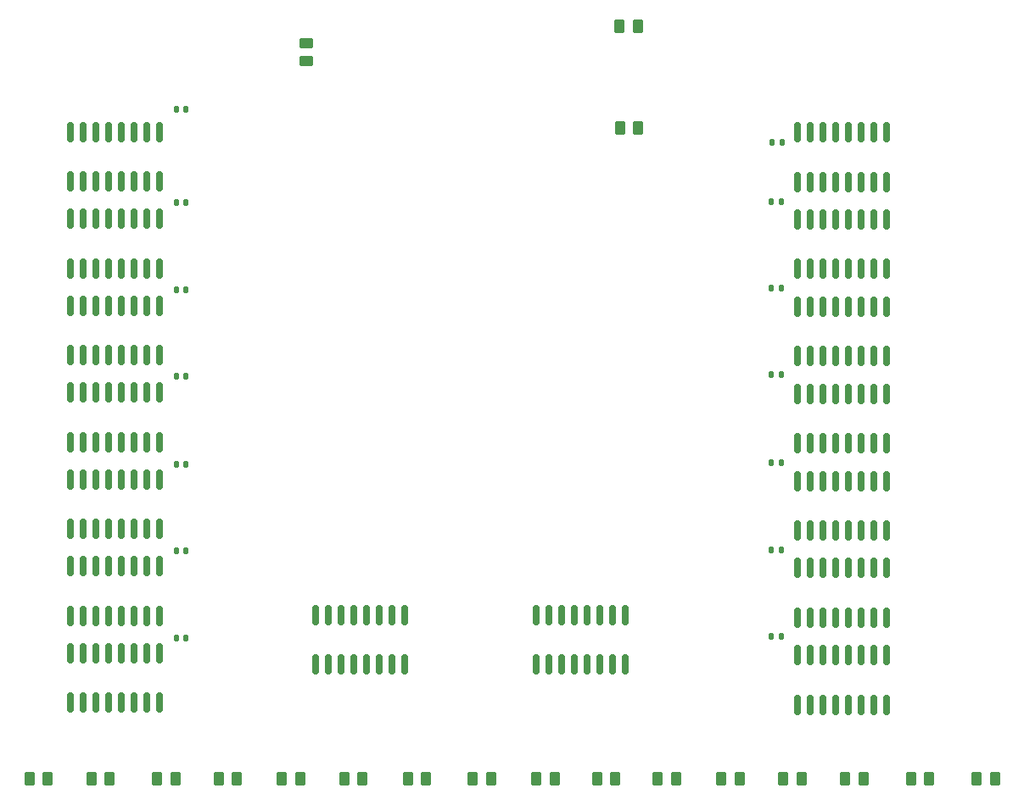
<source format=gbr>
%TF.GenerationSoftware,KiCad,Pcbnew,8.0.5*%
%TF.CreationDate,2024-12-18T14:45:34+08:00*%
%TF.ProjectId,hardware,68617264-7761-4726-952e-6b696361645f,rev?*%
%TF.SameCoordinates,Original*%
%TF.FileFunction,Paste,Top*%
%TF.FilePolarity,Positive*%
%FSLAX46Y46*%
G04 Gerber Fmt 4.6, Leading zero omitted, Abs format (unit mm)*
G04 Created by KiCad (PCBNEW 8.0.5) date 2024-12-18 14:45:34*
%MOMM*%
%LPD*%
G01*
G04 APERTURE LIST*
G04 Aperture macros list*
%AMRoundRect*
0 Rectangle with rounded corners*
0 $1 Rounding radius*
0 $2 $3 $4 $5 $6 $7 $8 $9 X,Y pos of 4 corners*
0 Add a 4 corners polygon primitive as box body*
4,1,4,$2,$3,$4,$5,$6,$7,$8,$9,$2,$3,0*
0 Add four circle primitives for the rounded corners*
1,1,$1+$1,$2,$3*
1,1,$1+$1,$4,$5*
1,1,$1+$1,$6,$7*
1,1,$1+$1,$8,$9*
0 Add four rect primitives between the rounded corners*
20,1,$1+$1,$2,$3,$4,$5,0*
20,1,$1+$1,$4,$5,$6,$7,0*
20,1,$1+$1,$6,$7,$8,$9,0*
20,1,$1+$1,$8,$9,$2,$3,0*%
G04 Aperture macros list end*
%ADD10RoundRect,0.140000X0.140000X0.170000X-0.140000X0.170000X-0.140000X-0.170000X0.140000X-0.170000X0*%
%ADD11RoundRect,0.140000X-0.140000X-0.170000X0.140000X-0.170000X0.140000X0.170000X-0.140000X0.170000X0*%
%ADD12RoundRect,0.150000X0.150000X-0.825000X0.150000X0.825000X-0.150000X0.825000X-0.150000X-0.825000X0*%
%ADD13RoundRect,0.150000X-0.150000X0.825000X-0.150000X-0.825000X0.150000X-0.825000X0.150000X0.825000X0*%
%ADD14RoundRect,0.250000X-0.262500X-0.450000X0.262500X-0.450000X0.262500X0.450000X-0.262500X0.450000X0*%
%ADD15RoundRect,0.250000X0.262500X0.450000X-0.262500X0.450000X-0.262500X-0.450000X0.262500X-0.450000X0*%
%ADD16RoundRect,0.250000X-0.450000X0.262500X-0.450000X-0.262500X0.450000X-0.262500X0.450000X0.262500X0*%
G04 APERTURE END LIST*
D10*
%TO.C,C14*%
X248700000Y-116500000D03*
X247740000Y-116500000D03*
%TD*%
%TO.C,C13*%
X248700000Y-107800000D03*
X247740000Y-107800000D03*
%TD*%
%TO.C,C12*%
X248700000Y-99100000D03*
X247740000Y-99100000D03*
%TD*%
%TO.C,C11*%
X247740000Y-90300000D03*
X248700000Y-90300000D03*
%TD*%
%TO.C,C10*%
X248700000Y-81700000D03*
X247740000Y-81700000D03*
%TD*%
%TO.C,C9*%
X248700000Y-73000000D03*
X247740000Y-73000000D03*
%TD*%
%TO.C,C8*%
X248780000Y-67100000D03*
X247820000Y-67100000D03*
%TD*%
D11*
%TO.C,C7*%
X188320000Y-116600000D03*
X189280000Y-116600000D03*
%TD*%
%TO.C,C6*%
X188320000Y-107900000D03*
X189280000Y-107900000D03*
%TD*%
%TO.C,C5*%
X188320000Y-99300000D03*
X189280000Y-99300000D03*
%TD*%
%TO.C,C4*%
X188320000Y-90500000D03*
X189280000Y-90500000D03*
%TD*%
%TO.C,C3*%
X188320000Y-81800000D03*
X189280000Y-81800000D03*
%TD*%
%TO.C,C2*%
X188320000Y-73100000D03*
X189280000Y-73100000D03*
%TD*%
%TO.C,C1*%
X188320000Y-63800000D03*
X189280000Y-63800000D03*
%TD*%
D12*
%TO.C,U8*%
X177755000Y-105733332D03*
X179025000Y-105733332D03*
X180295000Y-105733332D03*
X181565000Y-105733332D03*
X182835000Y-105733332D03*
X184105000Y-105733332D03*
X185375000Y-105733332D03*
X186645000Y-105733332D03*
X186645000Y-100783332D03*
X185375000Y-100783332D03*
X184105000Y-100783332D03*
X182835000Y-100783332D03*
X181565000Y-100783332D03*
X180295000Y-100783332D03*
X179025000Y-100783332D03*
X177755000Y-100783332D03*
%TD*%
D13*
%TO.C,U14*%
X259200000Y-92224999D03*
X257930000Y-92224999D03*
X256660000Y-92224999D03*
X255390000Y-92224999D03*
X254120000Y-92224999D03*
X252850000Y-92224999D03*
X251580000Y-92224999D03*
X250310000Y-92224999D03*
X250310000Y-97174999D03*
X251580000Y-97174999D03*
X252850000Y-97174999D03*
X254120000Y-97174999D03*
X255390000Y-97174999D03*
X256660000Y-97174999D03*
X257930000Y-97174999D03*
X259200000Y-97174999D03*
%TD*%
D14*
%TO.C,R12*%
X224287500Y-130700000D03*
X226112500Y-130700000D03*
%TD*%
%TO.C,R13*%
X230337500Y-130700000D03*
X232162500Y-130700000D03*
%TD*%
D13*
%TO.C,U17*%
X259200000Y-118350000D03*
X257930000Y-118350000D03*
X256660000Y-118350000D03*
X255390000Y-118350000D03*
X254120000Y-118350000D03*
X252850000Y-118350000D03*
X251580000Y-118350000D03*
X250310000Y-118350000D03*
X250310000Y-123300000D03*
X251580000Y-123300000D03*
X252850000Y-123300000D03*
X254120000Y-123300000D03*
X255390000Y-123300000D03*
X256660000Y-123300000D03*
X257930000Y-123300000D03*
X259200000Y-123300000D03*
%TD*%
D14*
%TO.C,R5*%
X179875000Y-130700000D03*
X181700000Y-130700000D03*
%TD*%
%TO.C,R19*%
X268187500Y-130700000D03*
X270012500Y-130700000D03*
%TD*%
%TO.C,R7*%
X192575000Y-130700000D03*
X194400000Y-130700000D03*
%TD*%
D12*
%TO.C,U7*%
X177755000Y-97049999D03*
X179025000Y-97049999D03*
X180295000Y-97049999D03*
X181565000Y-97049999D03*
X182835000Y-97049999D03*
X184105000Y-97049999D03*
X185375000Y-97049999D03*
X186645000Y-97049999D03*
X186645000Y-92099999D03*
X185375000Y-92099999D03*
X184105000Y-92099999D03*
X182835000Y-92099999D03*
X181565000Y-92099999D03*
X180295000Y-92099999D03*
X179025000Y-92099999D03*
X177755000Y-92099999D03*
%TD*%
%TO.C,U5*%
X177755000Y-79683333D03*
X179025000Y-79683333D03*
X180295000Y-79683333D03*
X181565000Y-79683333D03*
X182835000Y-79683333D03*
X184105000Y-79683333D03*
X185375000Y-79683333D03*
X186645000Y-79683333D03*
X186645000Y-74733333D03*
X185375000Y-74733333D03*
X184105000Y-74733333D03*
X182835000Y-74733333D03*
X181565000Y-74733333D03*
X180295000Y-74733333D03*
X179025000Y-74733333D03*
X177755000Y-74733333D03*
%TD*%
%TO.C,U9*%
X177755000Y-114416665D03*
X179025000Y-114416665D03*
X180295000Y-114416665D03*
X181565000Y-114416665D03*
X182835000Y-114416665D03*
X184105000Y-114416665D03*
X185375000Y-114416665D03*
X186645000Y-114416665D03*
X186645000Y-109466665D03*
X185375000Y-109466665D03*
X184105000Y-109466665D03*
X182835000Y-109466665D03*
X181565000Y-109466665D03*
X180295000Y-109466665D03*
X179025000Y-109466665D03*
X177755000Y-109466665D03*
%TD*%
%TO.C,U3*%
X224255000Y-119275000D03*
X225525000Y-119275000D03*
X226795000Y-119275000D03*
X228065000Y-119275000D03*
X229335000Y-119275000D03*
X230605000Y-119275000D03*
X231875000Y-119275000D03*
X233145000Y-119275000D03*
X233145000Y-114325000D03*
X231875000Y-114325000D03*
X230605000Y-114325000D03*
X229335000Y-114325000D03*
X228065000Y-114325000D03*
X226795000Y-114325000D03*
X225525000Y-114325000D03*
X224255000Y-114325000D03*
%TD*%
D14*
%TO.C,R14*%
X236387500Y-130700000D03*
X238212500Y-130700000D03*
%TD*%
%TO.C,R16*%
X248887500Y-130700000D03*
X250712500Y-130700000D03*
%TD*%
%TO.C,R10*%
X211437500Y-130700000D03*
X213262500Y-130700000D03*
%TD*%
%TO.C,R9*%
X205087500Y-130700000D03*
X206912500Y-130700000D03*
%TD*%
D15*
%TO.C,R1*%
X234415000Y-65700000D03*
X232590000Y-65700000D03*
%TD*%
D13*
%TO.C,U16*%
X259200000Y-109641665D03*
X257930000Y-109641665D03*
X256660000Y-109641665D03*
X255390000Y-109641665D03*
X254120000Y-109641665D03*
X252850000Y-109641665D03*
X251580000Y-109641665D03*
X250310000Y-109641665D03*
X250310000Y-114591665D03*
X251580000Y-114591665D03*
X252850000Y-114591665D03*
X254120000Y-114591665D03*
X255390000Y-114591665D03*
X256660000Y-114591665D03*
X257930000Y-114591665D03*
X259200000Y-114591665D03*
%TD*%
D12*
%TO.C,U6*%
X177755000Y-88366666D03*
X179025000Y-88366666D03*
X180295000Y-88366666D03*
X181565000Y-88366666D03*
X182835000Y-88366666D03*
X184105000Y-88366666D03*
X185375000Y-88366666D03*
X186645000Y-88366666D03*
X186645000Y-83416666D03*
X185375000Y-83416666D03*
X184105000Y-83416666D03*
X182835000Y-83416666D03*
X181565000Y-83416666D03*
X180295000Y-83416666D03*
X179025000Y-83416666D03*
X177755000Y-83416666D03*
%TD*%
D14*
%TO.C,R15*%
X242737500Y-130700000D03*
X244562500Y-130700000D03*
%TD*%
D13*
%TO.C,U15*%
X259200000Y-100933332D03*
X257930000Y-100933332D03*
X256660000Y-100933332D03*
X255390000Y-100933332D03*
X254120000Y-100933332D03*
X252850000Y-100933332D03*
X251580000Y-100933332D03*
X250310000Y-100933332D03*
X250310000Y-105883332D03*
X251580000Y-105883332D03*
X252850000Y-105883332D03*
X254120000Y-105883332D03*
X255390000Y-105883332D03*
X256660000Y-105883332D03*
X257930000Y-105883332D03*
X259200000Y-105883332D03*
%TD*%
D14*
%TO.C,R18*%
X261637500Y-130700000D03*
X263462500Y-130700000D03*
%TD*%
%TO.C,R17*%
X255087500Y-130700000D03*
X256912500Y-130700000D03*
%TD*%
D12*
%TO.C,U4*%
X177755000Y-71000000D03*
X179025000Y-71000000D03*
X180295000Y-71000000D03*
X181565000Y-71000000D03*
X182835000Y-71000000D03*
X184105000Y-71000000D03*
X185375000Y-71000000D03*
X186645000Y-71000000D03*
X186645000Y-66050000D03*
X185375000Y-66050000D03*
X184105000Y-66050000D03*
X182835000Y-66050000D03*
X181565000Y-66050000D03*
X180295000Y-66050000D03*
X179025000Y-66050000D03*
X177755000Y-66050000D03*
%TD*%
%TO.C,U2*%
X202200000Y-119275000D03*
X203470000Y-119275000D03*
X204740000Y-119275000D03*
X206010000Y-119275000D03*
X207280000Y-119275000D03*
X208550000Y-119275000D03*
X209820000Y-119275000D03*
X211090000Y-119275000D03*
X211090000Y-114325000D03*
X209820000Y-114325000D03*
X208550000Y-114325000D03*
X207280000Y-114325000D03*
X206010000Y-114325000D03*
X204740000Y-114325000D03*
X203470000Y-114325000D03*
X202200000Y-114325000D03*
%TD*%
D14*
%TO.C,R11*%
X217937500Y-130700000D03*
X219762500Y-130700000D03*
%TD*%
%TO.C,R6*%
X186425000Y-130700000D03*
X188250000Y-130700000D03*
%TD*%
D13*
%TO.C,U13*%
X259200000Y-83516666D03*
X257930000Y-83516666D03*
X256660000Y-83516666D03*
X255390000Y-83516666D03*
X254120000Y-83516666D03*
X252850000Y-83516666D03*
X251580000Y-83516666D03*
X250310000Y-83516666D03*
X250310000Y-88466666D03*
X251580000Y-88466666D03*
X252850000Y-88466666D03*
X254120000Y-88466666D03*
X255390000Y-88466666D03*
X256660000Y-88466666D03*
X257930000Y-88466666D03*
X259200000Y-88466666D03*
%TD*%
D12*
%TO.C,U10*%
X177755000Y-123100000D03*
X179025000Y-123100000D03*
X180295000Y-123100000D03*
X181565000Y-123100000D03*
X182835000Y-123100000D03*
X184105000Y-123100000D03*
X185375000Y-123100000D03*
X186645000Y-123100000D03*
X186645000Y-118150000D03*
X185375000Y-118150000D03*
X184105000Y-118150000D03*
X182835000Y-118150000D03*
X181565000Y-118150000D03*
X180295000Y-118150000D03*
X179025000Y-118150000D03*
X177755000Y-118150000D03*
%TD*%
D16*
%TO.C,R3*%
X201300000Y-57187500D03*
X201300000Y-59012500D03*
%TD*%
D14*
%TO.C,R8*%
X198875000Y-130700000D03*
X200700000Y-130700000D03*
%TD*%
D13*
%TO.C,U12*%
X259200000Y-74808333D03*
X257930000Y-74808333D03*
X256660000Y-74808333D03*
X255390000Y-74808333D03*
X254120000Y-74808333D03*
X252850000Y-74808333D03*
X251580000Y-74808333D03*
X250310000Y-74808333D03*
X250310000Y-79758333D03*
X251580000Y-79758333D03*
X252850000Y-79758333D03*
X254120000Y-79758333D03*
X255390000Y-79758333D03*
X256660000Y-79758333D03*
X257930000Y-79758333D03*
X259200000Y-79758333D03*
%TD*%
D15*
%TO.C,R2*%
X234370000Y-55500000D03*
X232545000Y-55500000D03*
%TD*%
D13*
%TO.C,U11*%
X259200000Y-66100000D03*
X257930000Y-66100000D03*
X256660000Y-66100000D03*
X255390000Y-66100000D03*
X254120000Y-66100000D03*
X252850000Y-66100000D03*
X251580000Y-66100000D03*
X250310000Y-66100000D03*
X250310000Y-71050000D03*
X251580000Y-71050000D03*
X252850000Y-71050000D03*
X254120000Y-71050000D03*
X255390000Y-71050000D03*
X256660000Y-71050000D03*
X257930000Y-71050000D03*
X259200000Y-71050000D03*
%TD*%
D14*
%TO.C,R4*%
X173687500Y-130700000D03*
X175512500Y-130700000D03*
%TD*%
M02*

</source>
